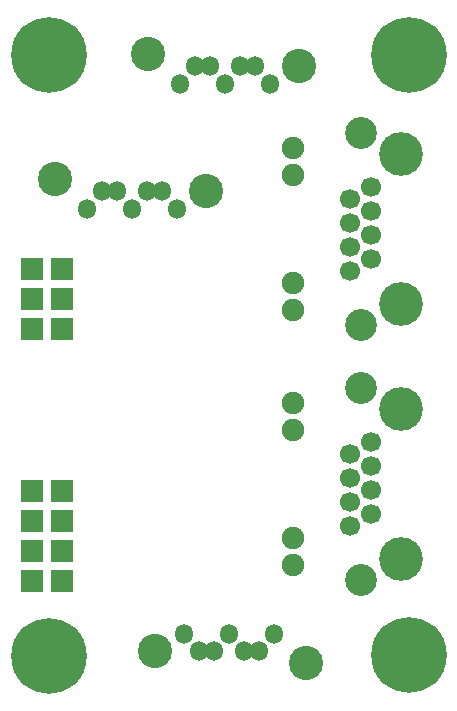
<source format=gbr>
%TF.GenerationSoftware,KiCad,Pcbnew,6.0.4-6f826c9f35~116~ubuntu20.04.1*%
%TF.CreationDate,2022-05-25T09:41:19+00:00*%
%TF.ProjectId,RFIQINT02B,52464951-494e-4543-9032-422e6b696361,REV*%
%TF.SameCoordinates,Original*%
%TF.FileFunction,Soldermask,Top*%
%TF.FilePolarity,Negative*%
%FSLAX46Y46*%
G04 Gerber Fmt 4.6, Leading zero omitted, Abs format (unit mm)*
G04 Created by KiCad (PCBNEW 6.0.4-6f826c9f35~116~ubuntu20.04.1) date 2022-05-25 09:41:19*
%MOMM*%
%LPD*%
G01*
G04 APERTURE LIST*
G04 Aperture macros list*
%AMRoundRect*
0 Rectangle with rounded corners*
0 $1 Rounding radius*
0 $2 $3 $4 $5 $6 $7 $8 $9 X,Y pos of 4 corners*
0 Add a 4 corners polygon primitive as box body*
4,1,4,$2,$3,$4,$5,$6,$7,$8,$9,$2,$3,0*
0 Add four circle primitives for the rounded corners*
1,1,$1+$1,$2,$3*
1,1,$1+$1,$4,$5*
1,1,$1+$1,$6,$7*
1,1,$1+$1,$8,$9*
0 Add four rect primitives between the rounded corners*
20,1,$1+$1,$2,$3,$4,$5,0*
20,1,$1+$1,$4,$5,$6,$7,0*
20,1,$1+$1,$6,$7,$8,$9,0*
20,1,$1+$1,$8,$9,$2,$3,0*%
G04 Aperture macros list end*
%ADD10RoundRect,0.200000X-0.762000X-0.762000X0.762000X-0.762000X0.762000X0.762000X-0.762000X0.762000X0*%
%ADD11O,1.500000X1.700000*%
%ADD12C,2.900000*%
%ADD13C,3.700000*%
%ADD14C,1.700000*%
%ADD15C,1.900000*%
%ADD16C,2.700000*%
%ADD17C,6.400000*%
G04 APERTURE END LIST*
D10*
%TO.C,J6*%
X3683000Y37739320D03*
X6223000Y37739320D03*
X3683000Y35199320D03*
X6223000Y35199320D03*
X3683000Y32659320D03*
X6223000Y32659320D03*
%TD*%
D11*
%TO.C,J4*%
X23825200Y53465600D03*
X22555200Y54965600D03*
X21285200Y54965600D03*
X20015200Y53465600D03*
X18745200Y54965600D03*
X17475200Y54965600D03*
X16205200Y53465600D03*
D12*
X13455200Y55965600D03*
X26285200Y54965600D03*
%TD*%
D13*
%TO.C,J5*%
X34925000Y47518320D03*
X34925000Y34818320D03*
D14*
X32385000Y44718320D03*
X30605000Y43698320D03*
X32385000Y42688320D03*
X30605000Y41668320D03*
X32385000Y40658320D03*
X30605000Y39638320D03*
X32385000Y38628320D03*
X30605000Y37608320D03*
D15*
X25785000Y48028320D03*
X25785000Y45738320D03*
X25785000Y36598320D03*
X25785000Y34308320D03*
D16*
X31495000Y33038320D03*
X31495000Y49298320D03*
%TD*%
D17*
%TO.C,M3*%
X35560000Y55880000D03*
%TD*%
D13*
%TO.C,J2*%
X34925000Y25928320D03*
X34925000Y13228320D03*
D14*
X32385000Y23128320D03*
X30605000Y22108320D03*
X32385000Y21098320D03*
X30605000Y20078320D03*
X32385000Y19068320D03*
X30605000Y18048320D03*
X32385000Y17038320D03*
X30605000Y16018320D03*
D15*
X25785000Y26438320D03*
X25785000Y24148320D03*
X25785000Y15008320D03*
X25785000Y12718320D03*
D16*
X31495000Y11448320D03*
X31495000Y27708320D03*
%TD*%
D11*
%TO.C,J3*%
X15955000Y42843320D03*
X14685000Y44343320D03*
X13415000Y44343320D03*
X12145000Y42843320D03*
X10875000Y44343320D03*
X9605000Y44343320D03*
X8335000Y42843320D03*
D12*
X5585000Y45343320D03*
X18415000Y44343320D03*
%TD*%
D17*
%TO.C,M1*%
X35560000Y5080000D03*
%TD*%
D11*
%TO.C,J1*%
X16510000Y6878320D03*
X17780000Y5378320D03*
X19050000Y5378320D03*
X20320000Y6878320D03*
X21590000Y5378320D03*
X22860000Y5378320D03*
X24130000Y6878320D03*
D12*
X26880000Y4378320D03*
X14050000Y5378320D03*
%TD*%
D10*
%TO.C,J7*%
X3683000Y18943320D03*
X6223000Y18943320D03*
X3683000Y16403320D03*
X6223000Y16403320D03*
X3683000Y13863320D03*
X6223000Y13863320D03*
X3683000Y11323320D03*
X6223000Y11323320D03*
%TD*%
D17*
%TO.C,M2*%
X5080000Y4973320D03*
%TD*%
%TO.C,M4*%
X5080000Y55880000D03*
%TD*%
M02*

</source>
